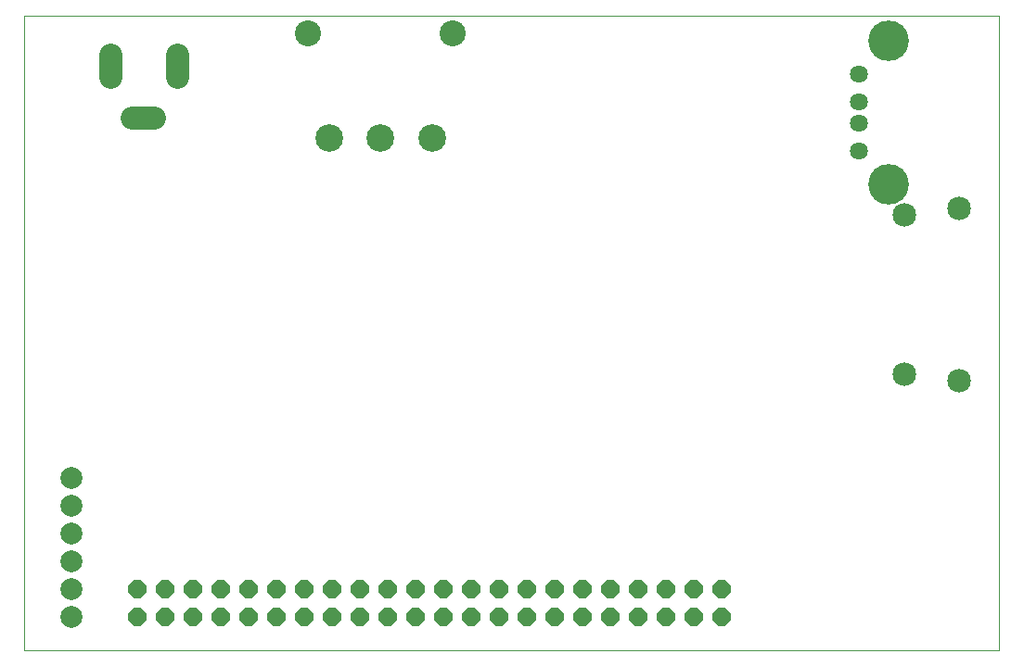
<source format=gbs>
G04 EAGLE Gerber X2 export*
%TF.Part,Single*%
%TF.FileFunction,Other,Solder stop mask Bottom*%
%TF.FilePolarity,Positive*%
%TF.GenerationSoftware,Autodesk,EAGLE,9.0.0*%
%TF.CreationDate,2019-03-06T05:58:58Z*%
G75*
%MOMM*%
%FSLAX34Y34*%
%LPD*%
%AMOC8*
5,1,8,0,0,1.08239X$1,22.5*%
G01*
%ADD10C,0.000000*%
%ADD11C,2.127000*%
%ADD12C,2.527000*%
%ADD13C,2.377000*%
%ADD14C,2.006600*%
%ADD15P,1.787026X8X22.500000*%
%ADD16C,2.157000*%
%ADD17C,1.627000*%
%ADD18C,3.707000*%


D10*
X110000Y140000D02*
X1000000Y140000D01*
X1000000Y720000D01*
X110000Y720000D01*
X110000Y140000D01*
D11*
X249200Y664300D02*
X249200Y684300D01*
X188200Y684300D02*
X188200Y664300D01*
X208200Y626300D02*
X228200Y626300D01*
D12*
X388100Y608500D03*
X435100Y608500D03*
X482100Y608500D03*
D13*
X369050Y703800D03*
X501150Y703800D03*
D14*
X153194Y297446D03*
X153194Y272046D03*
X153194Y246646D03*
X153194Y221246D03*
X153194Y195846D03*
X153194Y170446D03*
D15*
X213000Y170308D03*
X213000Y195708D03*
X238400Y170308D03*
X238400Y195708D03*
X263800Y170308D03*
X263800Y195708D03*
X289200Y170308D03*
X289200Y195708D03*
X314600Y170308D03*
X314600Y195708D03*
X340000Y170308D03*
X340000Y195708D03*
X365400Y170308D03*
X365400Y195708D03*
X390800Y170308D03*
X390800Y195708D03*
X416200Y170308D03*
X416200Y195708D03*
X441600Y170308D03*
X441600Y195708D03*
X467000Y170308D03*
X467000Y195708D03*
X492400Y170308D03*
X492400Y195708D03*
X517800Y170308D03*
X517800Y195708D03*
X543200Y170308D03*
X543200Y195708D03*
X568600Y170308D03*
X568600Y195708D03*
X594000Y170308D03*
X594000Y195708D03*
X619400Y170308D03*
X619400Y195708D03*
X644800Y170308D03*
X644800Y195708D03*
X670200Y170308D03*
X670200Y195708D03*
X695600Y170308D03*
X695600Y195708D03*
X721000Y170308D03*
X721000Y195708D03*
X746400Y170308D03*
X746400Y195708D03*
D16*
X913384Y392574D03*
X962884Y386574D03*
X962884Y543574D03*
X913384Y537574D03*
D17*
X871500Y596444D03*
X871500Y621444D03*
X871500Y641444D03*
X871500Y666444D03*
D18*
X898600Y565744D03*
X898600Y697144D03*
M02*

</source>
